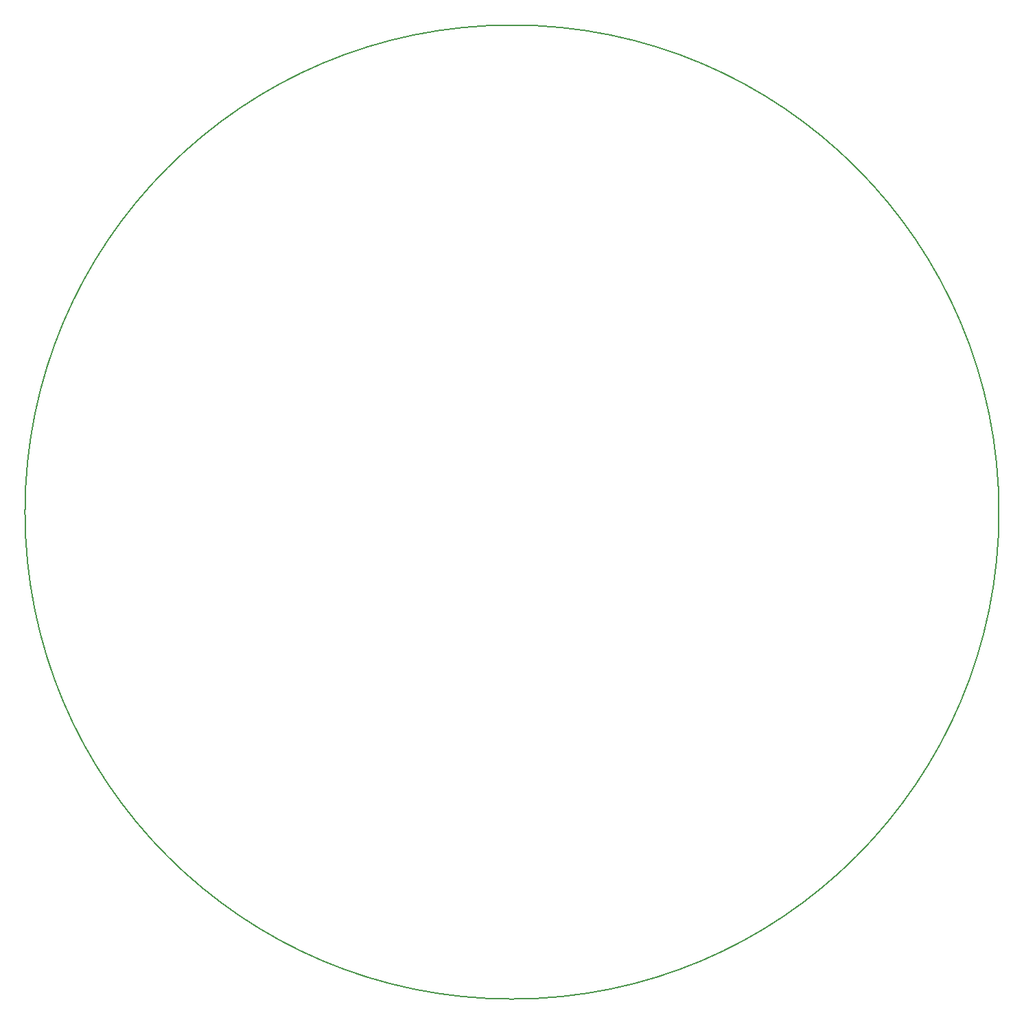
<source format=gm1>
G04 #@! TF.FileFunction,Profile,NP*
%FSLAX46Y46*%
G04 Gerber Fmt 4.6, Leading zero omitted, Abs format (unit mm)*
G04 Created by KiCad (PCBNEW 4.0.6+dfsg1-1) date Sat Apr 14 23:57:49 2018*
%MOMM*%
%LPD*%
G01*
G04 APERTURE LIST*
%ADD10C,0.100000*%
%ADD11C,0.150000*%
G04 APERTURE END LIST*
D10*
D11*
X235324953Y-132250000D02*
G75*
G03X235324953Y-132250000I-60074953J0D01*
G01*
M02*

</source>
